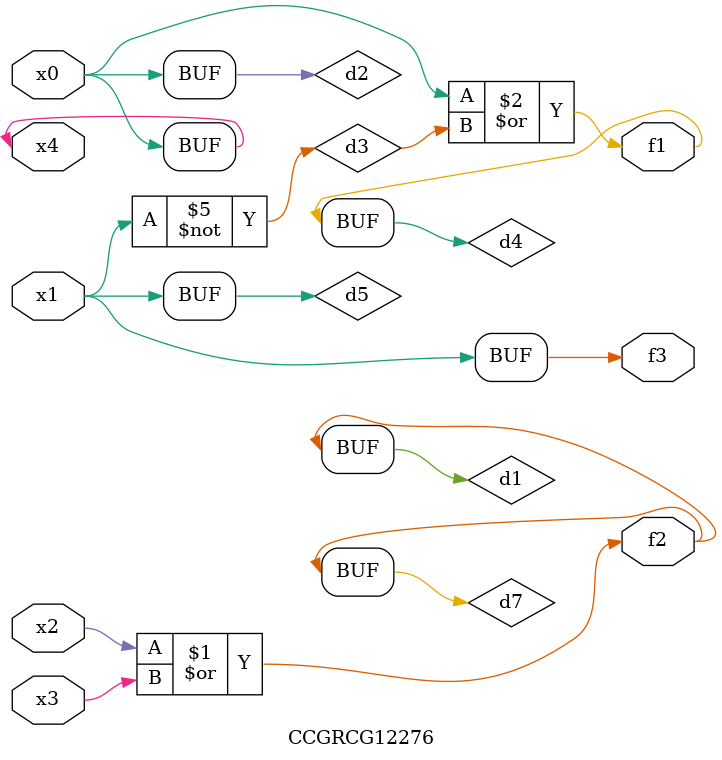
<source format=v>
module CCGRCG12276(
	input x0, x1, x2, x3, x4,
	output f1, f2, f3
);

	wire d1, d2, d3, d4, d5, d6, d7;

	or (d1, x2, x3);
	buf (d2, x0, x4);
	not (d3, x1);
	or (d4, d2, d3);
	not (d5, d3);
	nand (d6, d1, d3);
	or (d7, d1);
	assign f1 = d4;
	assign f2 = d7;
	assign f3 = d5;
endmodule

</source>
